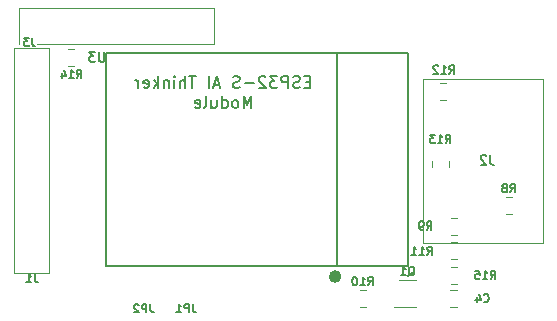
<source format=gbr>
G04 #@! TF.GenerationSoftware,KiCad,Pcbnew,(5.1.2-1)-1*
G04 #@! TF.CreationDate,2022-01-26T01:19:45+00:00*
G04 #@! TF.ProjectId,mz25key,6d7a3235-6b65-4792-9e6b-696361645f70,rev?*
G04 #@! TF.SameCoordinates,Original*
G04 #@! TF.FileFunction,Legend,Bot*
G04 #@! TF.FilePolarity,Positive*
%FSLAX46Y46*%
G04 Gerber Fmt 4.6, Leading zero omitted, Abs format (unit mm)*
G04 Created by KiCad (PCBNEW (5.1.2-1)-1) date 2022-01-26 01:19:45*
%MOMM*%
%LPD*%
G04 APERTURE LIST*
%ADD10C,0.120000*%
%ADD11C,0.200000*%
%ADD12C,0.150000*%
%ADD13C,0.500000*%
G04 APERTURE END LIST*
D10*
X71330000Y-83420000D02*
X56330000Y-83420000D01*
X99160000Y-100300000D02*
X99170000Y-86360000D01*
X89020000Y-100290000D02*
X99160000Y-100300000D01*
X89020000Y-86360000D02*
X89020000Y-100290000D01*
X99170000Y-86360000D02*
X89020000Y-86360000D01*
X57400000Y-102790000D02*
X57400000Y-83790000D01*
X54400000Y-102790000D02*
X57400000Y-102790000D01*
X54400000Y-83800000D02*
X54400000Y-102790000D01*
X57400000Y-83790000D02*
X54400000Y-83800000D01*
X54830000Y-80420000D02*
X54830000Y-83420000D01*
X71330000Y-80420000D02*
X54830000Y-80420000D01*
X71330000Y-83420000D02*
X71330000Y-80420000D01*
D11*
X79453333Y-86628571D02*
X79120000Y-86628571D01*
X78977142Y-87152380D02*
X79453333Y-87152380D01*
X79453333Y-86152380D01*
X78977142Y-86152380D01*
X78596190Y-87104761D02*
X78453333Y-87152380D01*
X78215238Y-87152380D01*
X78120000Y-87104761D01*
X78072380Y-87057142D01*
X78024761Y-86961904D01*
X78024761Y-86866666D01*
X78072380Y-86771428D01*
X78120000Y-86723809D01*
X78215238Y-86676190D01*
X78405714Y-86628571D01*
X78500952Y-86580952D01*
X78548571Y-86533333D01*
X78596190Y-86438095D01*
X78596190Y-86342857D01*
X78548571Y-86247619D01*
X78500952Y-86200000D01*
X78405714Y-86152380D01*
X78167619Y-86152380D01*
X78024761Y-86200000D01*
X77596190Y-87152380D02*
X77596190Y-86152380D01*
X77215238Y-86152380D01*
X77120000Y-86200000D01*
X77072380Y-86247619D01*
X77024761Y-86342857D01*
X77024761Y-86485714D01*
X77072380Y-86580952D01*
X77120000Y-86628571D01*
X77215238Y-86676190D01*
X77596190Y-86676190D01*
X76691428Y-86152380D02*
X76072380Y-86152380D01*
X76405714Y-86533333D01*
X76262857Y-86533333D01*
X76167619Y-86580952D01*
X76120000Y-86628571D01*
X76072380Y-86723809D01*
X76072380Y-86961904D01*
X76120000Y-87057142D01*
X76167619Y-87104761D01*
X76262857Y-87152380D01*
X76548571Y-87152380D01*
X76643809Y-87104761D01*
X76691428Y-87057142D01*
X75691428Y-86247619D02*
X75643809Y-86200000D01*
X75548571Y-86152380D01*
X75310476Y-86152380D01*
X75215238Y-86200000D01*
X75167619Y-86247619D01*
X75120000Y-86342857D01*
X75120000Y-86438095D01*
X75167619Y-86580952D01*
X75739047Y-87152380D01*
X75120000Y-87152380D01*
X74691428Y-86771428D02*
X73929523Y-86771428D01*
X73500952Y-87104761D02*
X73358095Y-87152380D01*
X73120000Y-87152380D01*
X73024761Y-87104761D01*
X72977142Y-87057142D01*
X72929523Y-86961904D01*
X72929523Y-86866666D01*
X72977142Y-86771428D01*
X73024761Y-86723809D01*
X73120000Y-86676190D01*
X73310476Y-86628571D01*
X73405714Y-86580952D01*
X73453333Y-86533333D01*
X73500952Y-86438095D01*
X73500952Y-86342857D01*
X73453333Y-86247619D01*
X73405714Y-86200000D01*
X73310476Y-86152380D01*
X73072380Y-86152380D01*
X72929523Y-86200000D01*
X71786666Y-86866666D02*
X71310476Y-86866666D01*
X71881904Y-87152380D02*
X71548571Y-86152380D01*
X71215238Y-87152380D01*
X70881904Y-87152380D02*
X70881904Y-86152380D01*
X69786666Y-86152380D02*
X69215238Y-86152380D01*
X69500952Y-87152380D02*
X69500952Y-86152380D01*
X68881904Y-87152380D02*
X68881904Y-86152380D01*
X68453333Y-87152380D02*
X68453333Y-86628571D01*
X68500952Y-86533333D01*
X68596190Y-86485714D01*
X68739047Y-86485714D01*
X68834285Y-86533333D01*
X68881904Y-86580952D01*
X67977142Y-87152380D02*
X67977142Y-86485714D01*
X67977142Y-86152380D02*
X68024761Y-86200000D01*
X67977142Y-86247619D01*
X67929523Y-86200000D01*
X67977142Y-86152380D01*
X67977142Y-86247619D01*
X67500952Y-86485714D02*
X67500952Y-87152380D01*
X67500952Y-86580952D02*
X67453333Y-86533333D01*
X67358095Y-86485714D01*
X67215238Y-86485714D01*
X67120000Y-86533333D01*
X67072380Y-86628571D01*
X67072380Y-87152380D01*
X66596190Y-87152380D02*
X66596190Y-86152380D01*
X66500952Y-86771428D02*
X66215238Y-87152380D01*
X66215238Y-86485714D02*
X66596190Y-86866666D01*
X65405714Y-87104761D02*
X65500952Y-87152380D01*
X65691428Y-87152380D01*
X65786666Y-87104761D01*
X65834285Y-87009523D01*
X65834285Y-86628571D01*
X65786666Y-86533333D01*
X65691428Y-86485714D01*
X65500952Y-86485714D01*
X65405714Y-86533333D01*
X65358095Y-86628571D01*
X65358095Y-86723809D01*
X65834285Y-86819047D01*
X64929523Y-87152380D02*
X64929523Y-86485714D01*
X64929523Y-86676190D02*
X64881904Y-86580952D01*
X64834285Y-86533333D01*
X64739047Y-86485714D01*
X64643809Y-86485714D01*
X74500952Y-88852380D02*
X74500952Y-87852380D01*
X74167619Y-88566666D01*
X73834285Y-87852380D01*
X73834285Y-88852380D01*
X73215238Y-88852380D02*
X73310476Y-88804761D01*
X73358095Y-88757142D01*
X73405714Y-88661904D01*
X73405714Y-88376190D01*
X73358095Y-88280952D01*
X73310476Y-88233333D01*
X73215238Y-88185714D01*
X73072380Y-88185714D01*
X72977142Y-88233333D01*
X72929523Y-88280952D01*
X72881904Y-88376190D01*
X72881904Y-88661904D01*
X72929523Y-88757142D01*
X72977142Y-88804761D01*
X73072380Y-88852380D01*
X73215238Y-88852380D01*
X72024761Y-88852380D02*
X72024761Y-87852380D01*
X72024761Y-88804761D02*
X72120000Y-88852380D01*
X72310476Y-88852380D01*
X72405714Y-88804761D01*
X72453333Y-88757142D01*
X72500952Y-88661904D01*
X72500952Y-88376190D01*
X72453333Y-88280952D01*
X72405714Y-88233333D01*
X72310476Y-88185714D01*
X72120000Y-88185714D01*
X72024761Y-88233333D01*
X71120000Y-88185714D02*
X71120000Y-88852380D01*
X71548571Y-88185714D02*
X71548571Y-88709523D01*
X71500952Y-88804761D01*
X71405714Y-88852380D01*
X71262857Y-88852380D01*
X71167619Y-88804761D01*
X71120000Y-88757142D01*
X70500952Y-88852380D02*
X70596190Y-88804761D01*
X70643809Y-88709523D01*
X70643809Y-87852380D01*
X69739047Y-88804761D02*
X69834285Y-88852380D01*
X70024761Y-88852380D01*
X70120000Y-88804761D01*
X70167619Y-88709523D01*
X70167619Y-88328571D01*
X70120000Y-88233333D01*
X70024761Y-88185714D01*
X69834285Y-88185714D01*
X69739047Y-88233333D01*
X69691428Y-88328571D01*
X69691428Y-88423809D01*
X70167619Y-88519047D01*
D12*
X87730000Y-84220000D02*
X87730000Y-102220000D01*
X62230000Y-84220000D02*
X62230000Y-102220000D01*
X87730000Y-84220000D02*
X62230000Y-84220000D01*
X87730000Y-102220000D02*
X62230000Y-102220000D01*
X81730000Y-84220000D02*
X81730000Y-102220000D01*
D13*
X81867981Y-103126000D02*
G75*
G03X81867981Y-103126000I-283981J0D01*
G01*
D10*
X91878578Y-103730000D02*
X91361422Y-103730000D01*
X91878578Y-102310000D02*
X91361422Y-102310000D01*
X59508578Y-85300000D02*
X58991422Y-85300000D01*
X59508578Y-83880000D02*
X58991422Y-83880000D01*
X91361422Y-100240000D02*
X91878578Y-100240000D01*
X91361422Y-101660000D02*
X91878578Y-101660000D01*
X83681422Y-104270000D02*
X84198578Y-104270000D01*
X83681422Y-105690000D02*
X84198578Y-105690000D01*
X87040000Y-103410000D02*
X88440000Y-103410000D01*
X88440000Y-105730000D02*
X86540000Y-105730000D01*
X91351422Y-104300000D02*
X91868578Y-104300000D01*
X91351422Y-105720000D02*
X91868578Y-105720000D01*
X91878578Y-99580000D02*
X91361422Y-99580000D01*
X91878578Y-98160000D02*
X91361422Y-98160000D01*
X90998578Y-88140000D02*
X90481422Y-88140000D01*
X90998578Y-86720000D02*
X90481422Y-86720000D01*
X91210000Y-93341422D02*
X91210000Y-93858578D01*
X89790000Y-93341422D02*
X89790000Y-93858578D01*
X96061422Y-96370000D02*
X96578578Y-96370000D01*
X96061422Y-97790000D02*
X96578578Y-97790000D01*
D12*
X62049523Y-84141904D02*
X62049523Y-84789523D01*
X62011428Y-84865714D01*
X61973333Y-84903809D01*
X61897142Y-84941904D01*
X61744761Y-84941904D01*
X61668571Y-84903809D01*
X61630476Y-84865714D01*
X61592380Y-84789523D01*
X61592380Y-84141904D01*
X61287619Y-84141904D02*
X60792380Y-84141904D01*
X61059047Y-84446666D01*
X60944761Y-84446666D01*
X60868571Y-84484761D01*
X60830476Y-84522857D01*
X60792380Y-84599047D01*
X60792380Y-84789523D01*
X60830476Y-84865714D01*
X60868571Y-84903809D01*
X60944761Y-84941904D01*
X61173333Y-84941904D01*
X61249523Y-84903809D01*
X61287619Y-84865714D01*
X65953333Y-105466666D02*
X65953333Y-105966666D01*
X65986666Y-106066666D01*
X66053333Y-106133333D01*
X66153333Y-106166666D01*
X66220000Y-106166666D01*
X65620000Y-106166666D02*
X65620000Y-105466666D01*
X65353333Y-105466666D01*
X65286666Y-105500000D01*
X65253333Y-105533333D01*
X65220000Y-105600000D01*
X65220000Y-105700000D01*
X65253333Y-105766666D01*
X65286666Y-105800000D01*
X65353333Y-105833333D01*
X65620000Y-105833333D01*
X64953333Y-105533333D02*
X64920000Y-105500000D01*
X64853333Y-105466666D01*
X64686666Y-105466666D01*
X64620000Y-105500000D01*
X64586666Y-105533333D01*
X64553333Y-105600000D01*
X64553333Y-105666666D01*
X64586666Y-105766666D01*
X64986666Y-106166666D01*
X64553333Y-106166666D01*
X69543333Y-105456666D02*
X69543333Y-105956666D01*
X69576666Y-106056666D01*
X69643333Y-106123333D01*
X69743333Y-106156666D01*
X69810000Y-106156666D01*
X69210000Y-106156666D02*
X69210000Y-105456666D01*
X68943333Y-105456666D01*
X68876666Y-105490000D01*
X68843333Y-105523333D01*
X68810000Y-105590000D01*
X68810000Y-105690000D01*
X68843333Y-105756666D01*
X68876666Y-105790000D01*
X68943333Y-105823333D01*
X69210000Y-105823333D01*
X68143333Y-106156666D02*
X68543333Y-106156666D01*
X68343333Y-106156666D02*
X68343333Y-105456666D01*
X68410000Y-105556666D01*
X68476666Y-105623333D01*
X68543333Y-105656666D01*
X94750000Y-103346666D02*
X94983333Y-103013333D01*
X95150000Y-103346666D02*
X95150000Y-102646666D01*
X94883333Y-102646666D01*
X94816666Y-102680000D01*
X94783333Y-102713333D01*
X94750000Y-102780000D01*
X94750000Y-102880000D01*
X94783333Y-102946666D01*
X94816666Y-102980000D01*
X94883333Y-103013333D01*
X95150000Y-103013333D01*
X94083333Y-103346666D02*
X94483333Y-103346666D01*
X94283333Y-103346666D02*
X94283333Y-102646666D01*
X94350000Y-102746666D01*
X94416666Y-102813333D01*
X94483333Y-102846666D01*
X93450000Y-102646666D02*
X93783333Y-102646666D01*
X93816666Y-102980000D01*
X93783333Y-102946666D01*
X93716666Y-102913333D01*
X93550000Y-102913333D01*
X93483333Y-102946666D01*
X93450000Y-102980000D01*
X93416666Y-103046666D01*
X93416666Y-103213333D01*
X93450000Y-103280000D01*
X93483333Y-103313333D01*
X93550000Y-103346666D01*
X93716666Y-103346666D01*
X93783333Y-103313333D01*
X93816666Y-103280000D01*
X59710000Y-86346666D02*
X59943333Y-86013333D01*
X60110000Y-86346666D02*
X60110000Y-85646666D01*
X59843333Y-85646666D01*
X59776666Y-85680000D01*
X59743333Y-85713333D01*
X59710000Y-85780000D01*
X59710000Y-85880000D01*
X59743333Y-85946666D01*
X59776666Y-85980000D01*
X59843333Y-86013333D01*
X60110000Y-86013333D01*
X59043333Y-86346666D02*
X59443333Y-86346666D01*
X59243333Y-86346666D02*
X59243333Y-85646666D01*
X59310000Y-85746666D01*
X59376666Y-85813333D01*
X59443333Y-85846666D01*
X58443333Y-85880000D02*
X58443333Y-86346666D01*
X58610000Y-85613333D02*
X58776666Y-86113333D01*
X58343333Y-86113333D01*
X89390000Y-101296666D02*
X89623333Y-100963333D01*
X89790000Y-101296666D02*
X89790000Y-100596666D01*
X89523333Y-100596666D01*
X89456666Y-100630000D01*
X89423333Y-100663333D01*
X89390000Y-100730000D01*
X89390000Y-100830000D01*
X89423333Y-100896666D01*
X89456666Y-100930000D01*
X89523333Y-100963333D01*
X89790000Y-100963333D01*
X88723333Y-101296666D02*
X89123333Y-101296666D01*
X88923333Y-101296666D02*
X88923333Y-100596666D01*
X88990000Y-100696666D01*
X89056666Y-100763333D01*
X89123333Y-100796666D01*
X88056666Y-101296666D02*
X88456666Y-101296666D01*
X88256666Y-101296666D02*
X88256666Y-100596666D01*
X88323333Y-100696666D01*
X88390000Y-100763333D01*
X88456666Y-100796666D01*
X84380000Y-103866666D02*
X84613333Y-103533333D01*
X84780000Y-103866666D02*
X84780000Y-103166666D01*
X84513333Y-103166666D01*
X84446666Y-103200000D01*
X84413333Y-103233333D01*
X84380000Y-103300000D01*
X84380000Y-103400000D01*
X84413333Y-103466666D01*
X84446666Y-103500000D01*
X84513333Y-103533333D01*
X84780000Y-103533333D01*
X83713333Y-103866666D02*
X84113333Y-103866666D01*
X83913333Y-103866666D02*
X83913333Y-103166666D01*
X83980000Y-103266666D01*
X84046666Y-103333333D01*
X84113333Y-103366666D01*
X83280000Y-103166666D02*
X83213333Y-103166666D01*
X83146666Y-103200000D01*
X83113333Y-103233333D01*
X83080000Y-103300000D01*
X83046666Y-103433333D01*
X83046666Y-103600000D01*
X83080000Y-103733333D01*
X83113333Y-103800000D01*
X83146666Y-103833333D01*
X83213333Y-103866666D01*
X83280000Y-103866666D01*
X83346666Y-103833333D01*
X83380000Y-103800000D01*
X83413333Y-103733333D01*
X83446666Y-103600000D01*
X83446666Y-103433333D01*
X83413333Y-103300000D01*
X83380000Y-103233333D01*
X83346666Y-103200000D01*
X83280000Y-103166666D01*
X87796666Y-103053333D02*
X87863333Y-103020000D01*
X87930000Y-102953333D01*
X88030000Y-102853333D01*
X88096666Y-102820000D01*
X88163333Y-102820000D01*
X88130000Y-102986666D02*
X88196666Y-102953333D01*
X88263333Y-102886666D01*
X88296666Y-102753333D01*
X88296666Y-102520000D01*
X88263333Y-102386666D01*
X88196666Y-102320000D01*
X88130000Y-102286666D01*
X87996666Y-102286666D01*
X87930000Y-102320000D01*
X87863333Y-102386666D01*
X87830000Y-102520000D01*
X87830000Y-102753333D01*
X87863333Y-102886666D01*
X87930000Y-102953333D01*
X87996666Y-102986666D01*
X88130000Y-102986666D01*
X87163333Y-102986666D02*
X87563333Y-102986666D01*
X87363333Y-102986666D02*
X87363333Y-102286666D01*
X87430000Y-102386666D01*
X87496666Y-102453333D01*
X87563333Y-102486666D01*
X94166666Y-105240000D02*
X94200000Y-105273333D01*
X94300000Y-105306666D01*
X94366666Y-105306666D01*
X94466666Y-105273333D01*
X94533333Y-105206666D01*
X94566666Y-105140000D01*
X94600000Y-105006666D01*
X94600000Y-104906666D01*
X94566666Y-104773333D01*
X94533333Y-104706666D01*
X94466666Y-104640000D01*
X94366666Y-104606666D01*
X94300000Y-104606666D01*
X94200000Y-104640000D01*
X94166666Y-104673333D01*
X93566666Y-104840000D02*
X93566666Y-105306666D01*
X93733333Y-104573333D02*
X93900000Y-105073333D01*
X93466666Y-105073333D01*
X55943333Y-82906666D02*
X55943333Y-83406666D01*
X55976666Y-83506666D01*
X56043333Y-83573333D01*
X56143333Y-83606666D01*
X56210000Y-83606666D01*
X55676666Y-82906666D02*
X55243333Y-82906666D01*
X55476666Y-83173333D01*
X55376666Y-83173333D01*
X55310000Y-83206666D01*
X55276666Y-83240000D01*
X55243333Y-83306666D01*
X55243333Y-83473333D01*
X55276666Y-83540000D01*
X55310000Y-83573333D01*
X55376666Y-83606666D01*
X55576666Y-83606666D01*
X55643333Y-83573333D01*
X55676666Y-83540000D01*
X94706666Y-92861904D02*
X94706666Y-93433333D01*
X94744761Y-93547619D01*
X94820952Y-93623809D01*
X94935238Y-93661904D01*
X95011428Y-93661904D01*
X94363809Y-92938095D02*
X94325714Y-92900000D01*
X94249523Y-92861904D01*
X94059047Y-92861904D01*
X93982857Y-92900000D01*
X93944761Y-92938095D01*
X93906666Y-93014285D01*
X93906666Y-93090476D01*
X93944761Y-93204761D01*
X94401904Y-93661904D01*
X93906666Y-93661904D01*
X89346666Y-99156666D02*
X89580000Y-98823333D01*
X89746666Y-99156666D02*
X89746666Y-98456666D01*
X89480000Y-98456666D01*
X89413333Y-98490000D01*
X89380000Y-98523333D01*
X89346666Y-98590000D01*
X89346666Y-98690000D01*
X89380000Y-98756666D01*
X89413333Y-98790000D01*
X89480000Y-98823333D01*
X89746666Y-98823333D01*
X89013333Y-99156666D02*
X88880000Y-99156666D01*
X88813333Y-99123333D01*
X88780000Y-99090000D01*
X88713333Y-98990000D01*
X88680000Y-98856666D01*
X88680000Y-98590000D01*
X88713333Y-98523333D01*
X88746666Y-98490000D01*
X88813333Y-98456666D01*
X88946666Y-98456666D01*
X89013333Y-98490000D01*
X89046666Y-98523333D01*
X89080000Y-98590000D01*
X89080000Y-98756666D01*
X89046666Y-98823333D01*
X89013333Y-98856666D01*
X88946666Y-98890000D01*
X88813333Y-98890000D01*
X88746666Y-98856666D01*
X88713333Y-98823333D01*
X88680000Y-98756666D01*
X91240000Y-85956666D02*
X91473333Y-85623333D01*
X91640000Y-85956666D02*
X91640000Y-85256666D01*
X91373333Y-85256666D01*
X91306666Y-85290000D01*
X91273333Y-85323333D01*
X91240000Y-85390000D01*
X91240000Y-85490000D01*
X91273333Y-85556666D01*
X91306666Y-85590000D01*
X91373333Y-85623333D01*
X91640000Y-85623333D01*
X90573333Y-85956666D02*
X90973333Y-85956666D01*
X90773333Y-85956666D02*
X90773333Y-85256666D01*
X90840000Y-85356666D01*
X90906666Y-85423333D01*
X90973333Y-85456666D01*
X90306666Y-85323333D02*
X90273333Y-85290000D01*
X90206666Y-85256666D01*
X90040000Y-85256666D01*
X89973333Y-85290000D01*
X89940000Y-85323333D01*
X89906666Y-85390000D01*
X89906666Y-85456666D01*
X89940000Y-85556666D01*
X90340000Y-85956666D01*
X89906666Y-85956666D01*
X90940000Y-91836666D02*
X91173333Y-91503333D01*
X91340000Y-91836666D02*
X91340000Y-91136666D01*
X91073333Y-91136666D01*
X91006666Y-91170000D01*
X90973333Y-91203333D01*
X90940000Y-91270000D01*
X90940000Y-91370000D01*
X90973333Y-91436666D01*
X91006666Y-91470000D01*
X91073333Y-91503333D01*
X91340000Y-91503333D01*
X90273333Y-91836666D02*
X90673333Y-91836666D01*
X90473333Y-91836666D02*
X90473333Y-91136666D01*
X90540000Y-91236666D01*
X90606666Y-91303333D01*
X90673333Y-91336666D01*
X90040000Y-91136666D02*
X89606666Y-91136666D01*
X89840000Y-91403333D01*
X89740000Y-91403333D01*
X89673333Y-91436666D01*
X89640000Y-91470000D01*
X89606666Y-91536666D01*
X89606666Y-91703333D01*
X89640000Y-91770000D01*
X89673333Y-91803333D01*
X89740000Y-91836666D01*
X89940000Y-91836666D01*
X90006666Y-91803333D01*
X90040000Y-91770000D01*
X96416666Y-95996666D02*
X96650000Y-95663333D01*
X96816666Y-95996666D02*
X96816666Y-95296666D01*
X96550000Y-95296666D01*
X96483333Y-95330000D01*
X96450000Y-95363333D01*
X96416666Y-95430000D01*
X96416666Y-95530000D01*
X96450000Y-95596666D01*
X96483333Y-95630000D01*
X96550000Y-95663333D01*
X96816666Y-95663333D01*
X96016666Y-95596666D02*
X96083333Y-95563333D01*
X96116666Y-95530000D01*
X96150000Y-95463333D01*
X96150000Y-95430000D01*
X96116666Y-95363333D01*
X96083333Y-95330000D01*
X96016666Y-95296666D01*
X95883333Y-95296666D01*
X95816666Y-95330000D01*
X95783333Y-95363333D01*
X95750000Y-95430000D01*
X95750000Y-95463333D01*
X95783333Y-95530000D01*
X95816666Y-95563333D01*
X95883333Y-95596666D01*
X96016666Y-95596666D01*
X96083333Y-95630000D01*
X96116666Y-95663333D01*
X96150000Y-95730000D01*
X96150000Y-95863333D01*
X96116666Y-95930000D01*
X96083333Y-95963333D01*
X96016666Y-95996666D01*
X95883333Y-95996666D01*
X95816666Y-95963333D01*
X95783333Y-95930000D01*
X95750000Y-95863333D01*
X95750000Y-95730000D01*
X95783333Y-95663333D01*
X95816666Y-95630000D01*
X95883333Y-95596666D01*
X56153333Y-102926666D02*
X56153333Y-103426666D01*
X56186666Y-103526666D01*
X56253333Y-103593333D01*
X56353333Y-103626666D01*
X56420000Y-103626666D01*
X55453333Y-103626666D02*
X55853333Y-103626666D01*
X55653333Y-103626666D02*
X55653333Y-102926666D01*
X55720000Y-103026666D01*
X55786666Y-103093333D01*
X55853333Y-103126666D01*
M02*

</source>
